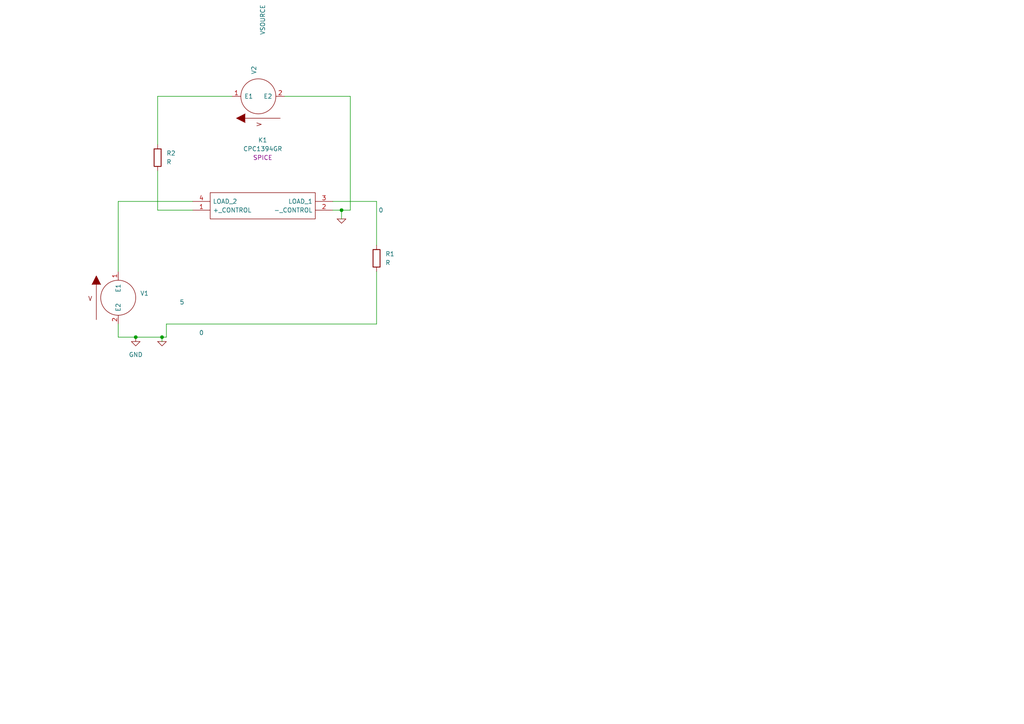
<source format=kicad_sch>
(kicad_sch (version 20211123) (generator eeschema)
  (paper "A4")
  (lib_symbols
    (symbol "Device:R" (pin_numbers hide) (pin_names (offset 0))
      (property "Reference" "R" (at 2.032 0 90))
      (property "Value" "R" (at 0 0 90))
      (symbol "R_0_1"
        (rectangle (start -1.016 -2.54) (end 1.016 2.54) (stroke (width 0.254)))
      )
      (symbol "R_1_1"
        (pin passive line (at 0 3.81 270) (length 1.27) (name "~") (number "1"))
        (pin passive line (at 0 -3.81 90) (length 1.27) (name "~") (number "2"))
      )
    )
    (symbol "EPSA_Lib:CPC1394GR" (pin_names (offset 0.762))
      (property "Reference" "K" (at 48.26 7.62 0))
      (property "Value" "CPC1394GR" (at 48.26 5.08 0))
      (property "Spice_Primitive" "X" (at 48.26 7.62 0))
      (property "Spice_Model" "SWITCH" (at 48.26 7.62 0))
      (property "Spice_Netlist_Enabled" "Y" (at 48.26 7.62 0))
      (property "Spice_Lib_File" "EPSA_SSR.lib" (at 48.26 7.62 0))
      (symbol "CPC1394GR_0_0"
        (pin passive line (at 0 -2.54 0) (length 5.08) (name "+_CONTROL") (number "1"))
        (pin passive line (at 40.64 -2.54 180) (length 5.08) (name "-_CONTROL") (number "2"))
        (pin passive line (at 40.64 0 180) (length 5.08) (name "LOAD_1") (number "3"))
        (pin passive line (at 0 0 0) (length 5.08) (name "LOAD_2") (number "4"))
      )
      (symbol "CPC1394GR_0_1"
        (polyline (pts (xy 5.08 2.54) (xy 35.56 2.54) (xy 35.56 -5.08) (xy 5.08 -5.08) (xy 5.08 2.54)) (stroke (width 0.1524)))
      )
    )
    (symbol "power:GND" (power) (pin_names (offset 0))
      (property "Value" "GND" (at 0 -3.81 0))
      (symbol "GND_0_1"
        (polyline (pts (xy 0 0) (xy 0 -1.27) (xy 1.27 -1.27) (xy 0 -2.54) (xy -1.27 -1.27) (xy 0 -1.27)))
      )
      (symbol "GND_1_1"
        (pin power_in line (at 0 0 270) (length 0) hide (name "GND") (number "1"))
      )
    )
    (symbol "pspice:0" (power) (pin_names (offset 0))
      (property "Value" "0" (at 0 -1.778 0))
      (symbol "0_0_1"
        (polyline (pts (xy -1.27 0) (xy 0 -1.27) (xy 1.27 0) (xy -1.27 0)))
      )
      (symbol "0_1_1"
        (pin power_in line (at 0 0 0) (length 0) hide (name "0") (number "1"))
      )
    )
    (symbol "pspice:VSOURCE" (pin_names (offset 1.016))
      (property "Reference" "V" (at -6.35 7.62 0))
      (property "Value" "VSOURCE" (at 0 0 0))
      (symbol "VSOURCE_0_1"
        (polyline (pts (xy -6.35 -6.35) (xy -6.35 3.81)) (fill (type outline)))
        (polyline (pts (xy -7.62 3.81) (xy -6.35 6.35) (xy -5.08 3.81)) (fill (type outline)))
        (circle (center 0 0) (radius 5.08))
        (text "V" (at -8.128 -0.254 0) (effects (font (size 1.27 1.27))))
      )
      (symbol "VSOURCE_1_1"
        (pin input line (at 0 7.62 270) (length 2.54) (name "E1") (number "1"))
        (pin input line (at 0 -7.62 90) (length 2.54) (name "E2") (number "2"))
      )
    )
  )
  (junction (at 46.99 97.79))
  (junction (at 99.06 60.96))
  (junction (at 39.37 97.79))
  (wire (pts (xy 101.6 27.94) (xy 82.55 27.94)))
  (wire (pts (xy 34.29 93.98) (xy 34.29 97.79)))
  (wire (pts (xy 46.99 97.79) (xy 46.99 99.06)))
  (wire (pts (xy 101.6 60.96) (xy 101.6 27.94)))
  (wire (pts (xy 109.22 58.42) (xy 96.52 58.42)))
  (wire (pts (xy 109.22 93.98) (xy 109.22 78.74)))
  (wire (pts (xy 34.29 97.79) (xy 39.37 97.79)))
  (wire (pts (xy 99.06 63.5) (xy 99.06 60.96)))
  (wire (pts (xy 46.99 97.79) (xy 48.26 97.79)))
  (wire (pts (xy 48.26 93.98) (xy 48.26 97.79)))
  (wire (pts (xy 109.22 71.12) (xy 109.22 58.42)))
  (wire (pts (xy 45.72 60.96) (xy 55.88 60.96)))
  (wire (pts (xy 34.29 58.42) (xy 34.29 78.74)))
  (wire (pts (xy 96.52 60.96) (xy 99.06 60.96)))
  (wire (pts (xy 39.37 97.79) (xy 46.99 97.79)))
  (wire (pts (xy 34.29 58.42) (xy 55.88 58.42)))
  (wire (pts (xy 48.26 93.98) (xy 109.22 93.98)))
  (wire (pts (xy 99.06 60.96) (xy 101.6 60.96)))
  (wire (pts (xy 67.31 27.94) (xy 45.72 27.94)))
  (wire (pts (xy 45.72 27.94) (xy 45.72 41.91)))
  (wire (pts (xy 45.72 49.53) (xy 45.72 60.96)))
  (symbol (lib_id "pspice:VSOURCE") (at 74.93 27.94 90) (unit 1)
    (property "Reference" "V2" (at 73.6599 21.59 0) (effects (justify left)))
    (property "Value" "VSOURCE" (at 76.1999 10.16 0) (effects (justify left)))
    (property "Spice_Primitive" "V" (effects hide))
    (property "Spice_Model" "pulse(0 5 2 100m 100m 2 4)" (effects hide))
    (property "Spice_Netlist_Enabled" "Y" (effects hide))
  )
  (symbol (lib_id "Device:R") (at 45.72 45.72 0) (unit 1)
    (property "Reference" "R2" (at 48.26 44.4499 0) (effects (justify left)))
    (property "Value" "R" (at 48.26 46.9899 0) (effects (justify left)))
    (property "Spice_Primitive" "R" (effects hide))
    (property "Spice_Model" "2.175k" (effects hide))
    (property "Spice_Netlist_Enabled" "Y" (effects hide))
  )
  (symbol (lib_id "EPSA_Lib:CPC1394GR") (at 55.88 58.42 0) (unit 1)
    (property "Reference" "K1" (at 76.2 40.64 0))
    (property "Value" "CPC1394GR" (at 76.2 43.18 0))
    (property "Footprint" "CPC1394GR" (effects hide))
    (property "Datasheet" "https://componentsearchengine.com/Datasheets/1/CPC1394GR.pdf" (effects hide))
    (property "Description" "SPST-NO Solid State Relay Solder 120 mA rms/mA dc Surface Mount, DC MOSFET" (effects hide))
    (property "Height" "3.556" (effects hide))
    (property "Manufacturer_Name" "LITTELFUSE" (effects hide))
    (property "Manufacturer_Part_Number" "CPC1394GR" (effects hide))
    (property "Mouser Part Number" "849-CPC1394GR" (effects hide))
    (property "Mouser Price/Stock" "https://www.mouser.co.uk/ProductDetail/IXYS-Integrated-Circuits/CPC1394GR?qs=8uBHJDVwVqyTG8bzDwZMmA%3D%3D" (effects hide))
    (property "Spice_Primitive" "X" (at 76.2 45.72 0))
    (property "Spice_Model" "SWITCH" (at 76.2 48.26 0))
    (property "Spice_Netlist_Enabled" "Y" (at 76.2 50.8 0))
    (property "Spice_Lib_File" "EPSA_SSR_2.lib" (at 76.2 53.34 0))
  )
  (symbol (lib_id "pspice:0") (at 46.99 99.06 0) (unit 1)
    (property "Reference" "#GND02" (effects hide))
    (property "Value" "0" (at 58.42 96.52 0))
  )
  (symbol (lib_id "pspice:VSOURCE") (at 34.29 86.36 0) (unit 1)
    (property "Reference" "V1" (at 40.64 85.0899 0) (effects (justify left)))
    (property "Value" "VSOURCE" (at 52.07 87.6299 0) (effects (justify left)))
    (property "Spice_Primitive" "V" (effects hide))
    (property "Spice_Model" "dc 5" (effects hide))
    (property "Spice_Netlist_Enabled" "Y" (effects hide))
  )
  (symbol (lib_id "Device:R") (at 109.22 74.93 0) (unit 1)
    (property "Reference" "R1" (at 111.76 73.6599 0) (effects (justify left)))
    (property "Value" "R" (at 111.76 76.1999 0) (effects (justify left)))
    (property "Spice_Primitive" "R" (effects hide))
    (property "Spice_Model" "100" (effects hide))
    (property "Spice_Netlist_Enabled" "Y" (effects hide))
  )
  (symbol (lib_id "pspice:0") (at 99.06 63.5 0) (unit 1)
    (property "Reference" "#GND01" (effects hide))
    (property "Value" "0" (at 110.49 60.96 0))
  )
  (symbol (lib_id "power:GND") (at 39.37 97.79 0) (unit 1)
    (property "Reference" "#PWR01" (effects hide))
    (property "Value" "GND" (at 39.37 102.87 0))
  )
)
</source>
